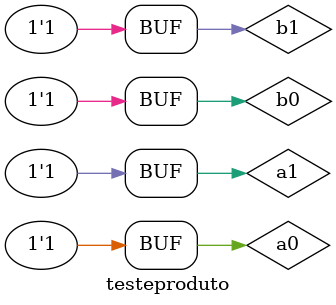
<source format=v>

module meiasoma (s0,s1,a,b);
input a,b;
output s0,s1;
xor XOR1(s0,a,b);
and AND1(s1,a,b);
endmodule  // meiasoma

module produto (s0,s1,s2,s3,a0,a1,b0,b1);
input a0,a1,b0,b1;
output s0,s1,s2,s3;
wire  q0,q1,q2,q3;
and AND1(s0,a0,b0);
and AND2(q0,a1,b0);
and AND3(q1,a0,b1);
and AND4(q2,a1,b1);
meiasoma MS1(s1,q3,q0,q1);
meiasoma MS2(s2,s3,q3,q2);
endmodule  //produto

module testeproduto;
reg a0,a1,b0,b1;
wire s0,s1,s2,s3;
produto PRO(s0,s1,s2,s3,a0,a1,b0,b1);
initial begin: start
a1=0; a0=0; b1=0; b0=0;
end
initial begin: main
$display("Jessica Daniela - 407450");
$display("Exercicio 03 - Operador produto 3 bits");
$display("\n | a1 | a0 | * | b1 | b0 | = | s3 | s2 | s1 | s0 |\n");
$monitor("   | %b | %b | * | %b | %b | = | %b | %b | %b | %b |",a1,a0,b1,b0,s3,s2,s1,s0);
#1 a1 = 0; a1 = 0; b0 = 0; b1 = 1;

#1 a1 = 0; a0 = 0; b1 = 1; b0 = 0;
#1 a1 = 0; a0 = 0; b1 = 1; b0 = 1;

#1 a1 = 0; a0 = 1; b1 = 0; b0 = 0;
#1 a1 = 0; a0 = 1; b1 = 0; b0 = 1;

#1 a1 = 0; a0 = 1; b1 = 1; b0 = 0;
#1 a1 = 0; a0 = 1; b1 = 1; b0 = 1;

#1 a1 = 1; a0 = 0; b1 = 0; b0 = 0;
#1 a1 = 1; a0 = 0; b1 = 0; b0 = 1;

#1 a1 = 1; a0 = 0; b1 = 1; b0 = 0;
#1 a1 = 1; a0 = 0; b1 = 1; b0 = 1;

#1 a1 = 1; a0 = 1; b1 = 0; b0 = 0;
#1 a1 = 1; a0 = 1; b1 = 0; b0 = 1;

#1 a1 = 1; a0 = 1; b1 = 1; b0 = 0;
#1 a1 = 1; a0 = 1; b1 = 1; b0 = 1;


end
endmodule //testediferenca3bits
</source>
